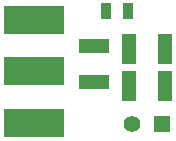
<source format=gts>
%FSLAX34Y34*%
G04 Gerber Fmt 3.4, Leading zero omitted, Abs format*
G04 (created by PCBNEW (2014-03-19 BZR 4756)-product) date Tue Sep  2 12:12:39 2014*
%MOIN*%
G01*
G70*
G90*
G04 APERTURE LIST*
%ADD10C,0.005906*%
%ADD11R,0.050000X0.100000*%
%ADD12R,0.100000X0.050000*%
%ADD13R,0.200787X0.094488*%
%ADD14R,0.055000X0.055000*%
%ADD15C,0.055000*%
%ADD16R,0.035000X0.055000*%
G04 APERTURE END LIST*
G54D10*
G54D11*
X60100Y-41750D03*
X58900Y-41750D03*
G54D12*
X57750Y-41600D03*
X57750Y-40400D03*
G54D13*
X55750Y-41250D03*
X55750Y-39517D03*
X55750Y-42982D03*
G54D14*
X60000Y-43000D03*
G54D15*
X59000Y-43000D03*
G54D11*
X58900Y-40500D03*
X60100Y-40500D03*
G54D16*
X58125Y-39250D03*
X58875Y-39250D03*
M02*

</source>
